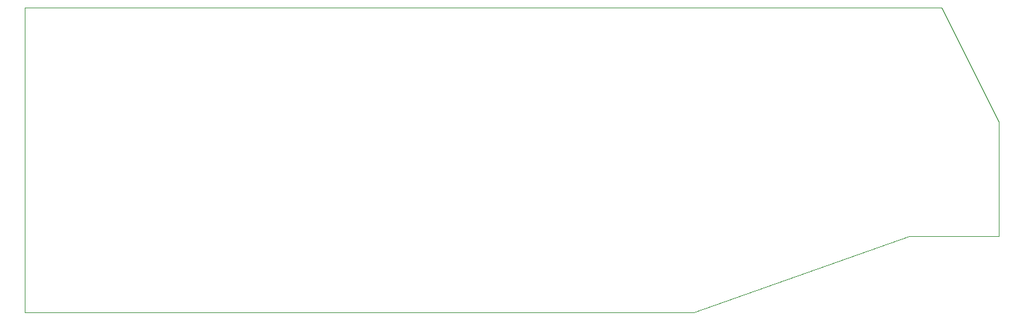
<source format=gbr>
%TF.GenerationSoftware,KiCad,Pcbnew,8.0.1*%
%TF.CreationDate,2025-04-21T12:55:39-06:00*%
%TF.ProjectId,Project,50726f6a-6563-4742-9e6b-696361645f70,A*%
%TF.SameCoordinates,Original*%
%TF.FileFunction,Profile,NP*%
%FSLAX46Y46*%
G04 Gerber Fmt 4.6, Leading zero omitted, Abs format (unit mm)*
G04 Created by KiCad (PCBNEW 8.0.1) date 2025-04-21 12:55:39*
%MOMM*%
%LPD*%
G01*
G04 APERTURE LIST*
%TA.AperFunction,Profile*%
%ADD10C,0.050000*%
%TD*%
G04 APERTURE END LIST*
D10*
X66964700Y-48003200D02*
X126697200Y-48003200D01*
X126697200Y-88643200D02*
X66964700Y-88643200D01*
X184736200Y-78483200D02*
X156034200Y-88643200D01*
X126697200Y-88643200D02*
X156034200Y-88643200D01*
X196674200Y-63243200D02*
X196674200Y-78483200D01*
X184736200Y-78483200D02*
X196674200Y-78483200D01*
X66964700Y-88643200D02*
X66964700Y-48003200D01*
X189054200Y-48003200D02*
X196674200Y-63243200D01*
X126697200Y-48003200D02*
X189054200Y-48003200D01*
M02*

</source>
